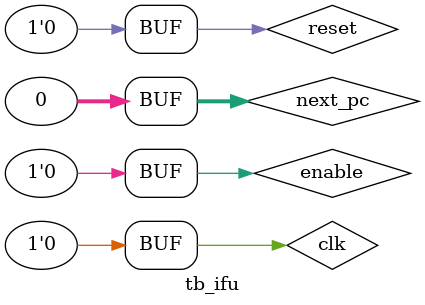
<source format=v>
`timescale 1ns / 1ps


module tb_ifu;

	// Inputs
	reg clk;
	reg reset;
	reg enable;
	reg [31:0] next_pc;

	// Outputs
	wire [31:0] instr;
	wire [31:0] pc;

	// Instantiate the Unit Under Test (UUT)
	ifu uut (
		.clk(clk), 
		.reset(reset), 
		.enable(enable), 
		.next_pc(next_pc), 
		.instr(instr), 
		.pc(pc)
	);

	initial begin
		// Initialize Inputs
		clk = 0;
		reset = 0;
		enable = 0;
		next_pc = 0;

		// Wait 100 ns for global reset to finish
		#100;
        
		// Add stimulus here

	end
      
endmodule


</source>
